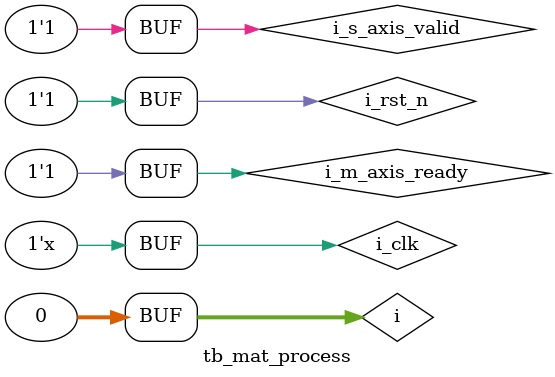
<source format=v>
`timescale 10ps / 1ps


module tb_mat_process();

reg i_clk;
reg i_rst_n;
reg [7:0] i_s_axis_mats;
wire s_axis_ready;
reg i_s_axis_valid;
wire [7:0] m_axis_res;
wire m_axis_valid;
wire m_axis_last;
reg i_m_axis_ready;

integer i;

mat_process dut(
	.axis_clk(i_clk),
	.axis_rst_n(i_rst_n),
	.S_AXIS_MATS(i_s_axis_mats),
	.S_AXIS_READY(s_axis_ready),
	.S_AXIS_VALID(i_s_axis_valid),
	.M_AXIS_RES(m_axis_res),
	.M_AXIS_VALID(m_axis_valid),
	.M_AXIS_LAST(m_axis_last),
	.M_AXIS_READY(i_m_axis_ready)
);


initial
begin
    i_clk <= 0;
    i_rst_n <= 0;
    i <= 0;
	 
    i_s_axis_valid <= 0;
    i_m_axis_ready <= 1;
	 i_s_axis_mats <= 8'h10;
	 
    #20
    i_rst_n <= 1;
	 i_s_axis_valid <= 1;
	 
end

always @(posedge i_clk)
begin
	if (s_axis_ready && i_s_axis_valid) begin
		if (i_s_axis_mats == 8'h30) begin
			i_s_axis_mats <= 8'h10;
		end else begin
			i_s_axis_mats <= i_s_axis_mats + 8'h10;
		end
	end
end


always
begin
	#10 i_clk <= ~i_clk;
end


endmodule
</source>
